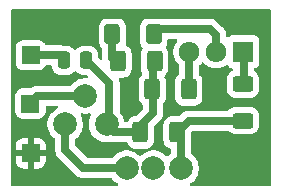
<source format=gbr>
%TF.GenerationSoftware,KiCad,Pcbnew,9.0.5*%
%TF.CreationDate,2025-10-18T17:52:02+02:00*%
%TF.ProjectId,VAS_VE,5641535f-5645-42e6-9b69-6361645f7063,rev?*%
%TF.SameCoordinates,Original*%
%TF.FileFunction,Copper,L2,Bot*%
%TF.FilePolarity,Positive*%
%FSLAX46Y46*%
G04 Gerber Fmt 4.6, Leading zero omitted, Abs format (unit mm)*
G04 Created by KiCad (PCBNEW 9.0.5) date 2025-10-18 17:52:02*
%MOMM*%
%LPD*%
G01*
G04 APERTURE LIST*
G04 Aperture macros list*
%AMRoundRect*
0 Rectangle with rounded corners*
0 $1 Rounding radius*
0 $2 $3 $4 $5 $6 $7 $8 $9 X,Y pos of 4 corners*
0 Add a 4 corners polygon primitive as box body*
4,1,4,$2,$3,$4,$5,$6,$7,$8,$9,$2,$3,0*
0 Add four circle primitives for the rounded corners*
1,1,$1+$1,$2,$3*
1,1,$1+$1,$4,$5*
1,1,$1+$1,$6,$7*
1,1,$1+$1,$8,$9*
0 Add four rect primitives between the rounded corners*
20,1,$1+$1,$2,$3,$4,$5,0*
20,1,$1+$1,$4,$5,$6,$7,0*
20,1,$1+$1,$6,$7,$8,$9,0*
20,1,$1+$1,$8,$9,$2,$3,0*%
G04 Aperture macros list end*
%TA.AperFunction,ComponentPad*%
%ADD10C,2.000000*%
%TD*%
%TA.AperFunction,SMDPad,CuDef*%
%ADD11RoundRect,0.250000X0.400000X0.625000X-0.400000X0.625000X-0.400000X-0.625000X0.400000X-0.625000X0*%
%TD*%
%TA.AperFunction,SMDPad,CuDef*%
%ADD12RoundRect,0.250000X-0.400000X-0.625000X0.400000X-0.625000X0.400000X0.625000X-0.400000X0.625000X0*%
%TD*%
%TA.AperFunction,ComponentPad*%
%ADD13RoundRect,0.250000X-0.550000X-0.550000X0.550000X-0.550000X0.550000X0.550000X-0.550000X0.550000X0*%
%TD*%
%TA.AperFunction,ComponentPad*%
%ADD14R,1.710000X1.800000*%
%TD*%
%TA.AperFunction,ComponentPad*%
%ADD15O,1.710000X1.800000*%
%TD*%
%TA.AperFunction,SMDPad,CuDef*%
%ADD16RoundRect,0.250000X0.625000X-0.400000X0.625000X0.400000X-0.625000X0.400000X-0.625000X-0.400000X0*%
%TD*%
%TA.AperFunction,SMDPad,CuDef*%
%ADD17RoundRect,0.250000X0.400000X0.600000X-0.400000X0.600000X-0.400000X-0.600000X0.400000X-0.600000X0*%
%TD*%
%TA.AperFunction,SMDPad,CuDef*%
%ADD18RoundRect,0.250000X0.250000X0.475000X-0.250000X0.475000X-0.250000X-0.475000X0.250000X-0.475000X0*%
%TD*%
%TA.AperFunction,ViaPad*%
%ADD19C,1.600000*%
%TD*%
%TA.AperFunction,Conductor*%
%ADD20C,0.700000*%
%TD*%
%TA.AperFunction,Conductor*%
%ADD21C,0.500000*%
%TD*%
G04 APERTURE END LIST*
D10*
%TO.P,J1,3,Pin_3*%
%TO.N,Net-(J1-Pin_3)*%
X151915000Y-137825000D03*
%TO.P,J1,2,Pin_2*%
%TO.N,Net-(D1-K)*%
X154175000Y-137825000D03*
%TO.P,J1,1,Pin_1*%
%TO.N,/VE-*%
X156515000Y-137825000D03*
%TD*%
D11*
%TO.P,R2,1*%
%TO.N,Net-(Q1-B)*%
X157175000Y-131150000D03*
%TO.P,R2,2*%
%TO.N,Net-(Q2-E)*%
X154075000Y-131150000D03*
%TD*%
D12*
%TO.P,R1,1*%
%TO.N,Net-(D1-A)*%
X151175000Y-128775000D03*
%TO.P,R1,2*%
%TO.N,Net-(Q2-E)*%
X154275000Y-128775000D03*
%TD*%
D11*
%TO.P,R4,1*%
%TO.N,/VE-*%
X156175000Y-134800000D03*
%TO.P,R4,2*%
%TO.N,Net-(Q2-E)*%
X153075000Y-134800000D03*
%TD*%
D13*
%TO.P,H2,1,1*%
%TO.N,/VC+*%
X143750000Y-132350000D03*
%TD*%
%TO.P,H1,1,1*%
%TO.N,Net-(C2-Pad2)*%
X143800000Y-128250000D03*
%TD*%
D14*
%TO.P,Q1,1,E*%
%TO.N,Net-(Q1-E)*%
X161780000Y-127975000D03*
D15*
%TO.P,Q1,2,C*%
%TO.N,Net-(D1-K)*%
X159500000Y-127975000D03*
%TO.P,Q1,3,B*%
%TO.N,Net-(Q1-B)*%
X157220000Y-127975000D03*
%TD*%
D16*
%TO.P,R3,1*%
%TO.N,/VE-*%
X161750000Y-133800000D03*
%TO.P,R3,2*%
%TO.N,Net-(Q1-E)*%
X161750000Y-130700000D03*
%TD*%
D17*
%TO.P,D1,1,K*%
%TO.N,Net-(D1-K)*%
X154200000Y-126500000D03*
%TO.P,D1,2,A*%
%TO.N,Net-(D1-A)*%
X150700000Y-126500000D03*
%TD*%
D18*
%TO.P,C2,1*%
%TO.N,Net-(Q2-E)*%
X148500000Y-128700000D03*
%TO.P,C2,2*%
%TO.N,Net-(C2-Pad2)*%
X146600000Y-128700000D03*
%TD*%
D13*
%TO.P,H3,1,1*%
%TO.N,GND*%
X143800000Y-136550000D03*
%TD*%
D10*
%TO.P,Q2,1,E*%
%TO.N,Net-(Q2-E)*%
X150200000Y-134100000D03*
%TO.P,Q2,2,C*%
%TO.N,/VC+*%
X148400000Y-131700000D03*
%TO.P,Q2,3,B*%
%TO.N,Net-(J1-Pin_3)*%
X146700000Y-134100000D03*
%TD*%
D19*
%TO.N,GND*%
X160450000Y-136875000D03*
%TD*%
D20*
%TO.N,Net-(J1-Pin_3)*%
X148225000Y-137800000D02*
X151940000Y-137800000D01*
X146700000Y-134070000D02*
X146700000Y-136275000D01*
X146700000Y-136275000D02*
X148225000Y-137800000D01*
%TO.N,Net-(D1-K)*%
X159500000Y-127975000D02*
X159500000Y-126550000D01*
X159500000Y-126550000D02*
X158950000Y-126000000D01*
X158950000Y-126000000D02*
X154200000Y-126000000D01*
%TO.N,Net-(D1-A)*%
X150700000Y-127100000D02*
X150700000Y-128500000D01*
X151000000Y-126800000D02*
X150700000Y-127100000D01*
%TO.N,Net-(Q2-E)*%
X153175000Y-134775000D02*
X150875000Y-134775000D01*
X153400000Y-133900000D02*
X154150000Y-133150000D01*
X150875000Y-134775000D02*
X150200000Y-134100000D01*
X153400000Y-133900000D02*
X153200000Y-134100000D01*
X148500000Y-128700000D02*
X150450000Y-130650000D01*
X154125000Y-130937500D02*
X154125000Y-129162500D01*
X150450000Y-130650000D02*
X150450000Y-133850000D01*
X154150000Y-133150000D02*
X154150000Y-131075000D01*
%TO.N,/VC+*%
X143700000Y-132300000D02*
X144325000Y-131675000D01*
X147275000Y-131675000D02*
X147300000Y-131700000D01*
X144325000Y-131675000D02*
X147275000Y-131675000D01*
X147300000Y-131700000D02*
X148400000Y-131700000D01*
%TO.N,/VE-*%
X156175000Y-134800000D02*
X157150000Y-133825000D01*
X156500000Y-137800000D02*
X156500000Y-134650000D01*
X157150000Y-133825000D02*
X161725000Y-133825000D01*
%TO.N,Net-(Q1-B)*%
X157200000Y-130900000D02*
X157200000Y-127995000D01*
D21*
X157200000Y-127995000D02*
X157220000Y-127975000D01*
D20*
%TO.N,Net-(Q1-E)*%
X161800000Y-130750000D02*
X161800000Y-127995000D01*
D21*
X161800000Y-127995000D02*
X161780000Y-127975000D01*
D20*
%TO.N,Net-(C2-Pad2)*%
X143800000Y-128250000D02*
X146150000Y-128250000D01*
X146150000Y-128250000D02*
X146600000Y-128700000D01*
%TD*%
%TA.AperFunction,Conductor*%
%TO.N,GND*%
G36*
X164042539Y-124370185D02*
G01*
X164088294Y-124422989D01*
X164099500Y-124474500D01*
X164099500Y-139225500D01*
X164079815Y-139292539D01*
X164027011Y-139338294D01*
X163975500Y-139349500D01*
X157344633Y-139349500D01*
X157277594Y-139329815D01*
X157231839Y-139277011D01*
X157221895Y-139207853D01*
X157250920Y-139144297D01*
X157288339Y-139115015D01*
X157301431Y-139108344D01*
X157301430Y-139108344D01*
X157301433Y-139108343D01*
X157492510Y-138969517D01*
X157659517Y-138802510D01*
X157798343Y-138611433D01*
X157905568Y-138400992D01*
X157978553Y-138176368D01*
X158015500Y-137943097D01*
X158015500Y-137706902D01*
X157978553Y-137473631D01*
X157944689Y-137369412D01*
X157905568Y-137249008D01*
X157905566Y-137249005D01*
X157905566Y-137249003D01*
X157798342Y-137038566D01*
X157659517Y-136847490D01*
X157492510Y-136680483D01*
X157488904Y-136677863D01*
X157401613Y-136614441D01*
X157358948Y-136559111D01*
X157350500Y-136514124D01*
X157350500Y-134878650D01*
X157359144Y-134849209D01*
X157365668Y-134819223D01*
X157369422Y-134814207D01*
X157370185Y-134811611D01*
X157386819Y-134790969D01*
X157465969Y-134711819D01*
X157527292Y-134678334D01*
X157553650Y-134675500D01*
X160487770Y-134675500D01*
X160554809Y-134695185D01*
X160575451Y-134711819D01*
X160656344Y-134792712D01*
X160805666Y-134884814D01*
X160972203Y-134939999D01*
X161074991Y-134950500D01*
X162425008Y-134950499D01*
X162527797Y-134939999D01*
X162694334Y-134884814D01*
X162843656Y-134792712D01*
X162967712Y-134668656D01*
X163059814Y-134519334D01*
X163114999Y-134352797D01*
X163125500Y-134250009D01*
X163125499Y-133349992D01*
X163124086Y-133336163D01*
X163114999Y-133247203D01*
X163114998Y-133247200D01*
X163098036Y-133196012D01*
X163059814Y-133080666D01*
X162967712Y-132931344D01*
X162843656Y-132807288D01*
X162694334Y-132715186D01*
X162527797Y-132660001D01*
X162527795Y-132660000D01*
X162425010Y-132649500D01*
X161074998Y-132649500D01*
X161074981Y-132649501D01*
X160972203Y-132660000D01*
X160972200Y-132660001D01*
X160805668Y-132715185D01*
X160805663Y-132715187D01*
X160656342Y-132807289D01*
X160527181Y-132936451D01*
X160525294Y-132934564D01*
X160478375Y-132967788D01*
X160438132Y-132974500D01*
X157066228Y-132974500D01*
X156901925Y-133007181D01*
X156901916Y-133007184D01*
X156747143Y-133071292D01*
X156747137Y-133071295D01*
X156747137Y-133071296D01*
X156611480Y-133161941D01*
X156607831Y-133164379D01*
X156384029Y-133388181D01*
X156322706Y-133421666D01*
X156296348Y-133424500D01*
X155724998Y-133424500D01*
X155724980Y-133424501D01*
X155622203Y-133435000D01*
X155622200Y-133435001D01*
X155455668Y-133490185D01*
X155455663Y-133490187D01*
X155306342Y-133582289D01*
X155182289Y-133706342D01*
X155090187Y-133855663D01*
X155090185Y-133855668D01*
X155072107Y-133910224D01*
X155035001Y-134022203D01*
X155035001Y-134022204D01*
X155035000Y-134022204D01*
X155024500Y-134124983D01*
X155024500Y-135475001D01*
X155024501Y-135475018D01*
X155035000Y-135577796D01*
X155035001Y-135577799D01*
X155090184Y-135744328D01*
X155090186Y-135744334D01*
X155182288Y-135893656D01*
X155306344Y-136017712D01*
X155455666Y-136109814D01*
X155564505Y-136145879D01*
X155621949Y-136185652D01*
X155648772Y-136250167D01*
X155649500Y-136263585D01*
X155649500Y-136535921D01*
X155639934Y-136568496D01*
X155630906Y-136601232D01*
X155630052Y-136602150D01*
X155629815Y-136602960D01*
X155608237Y-136628283D01*
X155603517Y-136632510D01*
X155537490Y-136680483D01*
X155430260Y-136787712D01*
X155427737Y-136789973D01*
X155399144Y-136803604D01*
X155371358Y-136818777D01*
X155367846Y-136818525D01*
X155364668Y-136820041D01*
X155333258Y-136816052D01*
X155301666Y-136813793D01*
X155298267Y-136811608D01*
X155295355Y-136811239D01*
X155287666Y-136804795D01*
X155257319Y-136785292D01*
X155152512Y-136680485D01*
X155152510Y-136680483D01*
X154961433Y-136541657D01*
X154750996Y-136434433D01*
X154526368Y-136361446D01*
X154293097Y-136324500D01*
X154293092Y-136324500D01*
X154056908Y-136324500D01*
X154056903Y-136324500D01*
X153823630Y-136361447D01*
X153810910Y-136365580D01*
X153810909Y-136365579D01*
X153692171Y-136404160D01*
X153692168Y-136404162D01*
X153599003Y-136434433D01*
X153388566Y-136541657D01*
X153322722Y-136589496D01*
X153197490Y-136680483D01*
X153197488Y-136680485D01*
X153197487Y-136680485D01*
X153132681Y-136745292D01*
X153071358Y-136778777D01*
X153001666Y-136773793D01*
X152957319Y-136745292D01*
X152892512Y-136680485D01*
X152892510Y-136680483D01*
X152701433Y-136541657D01*
X152490996Y-136434433D01*
X152266368Y-136361446D01*
X152033097Y-136324500D01*
X152033092Y-136324500D01*
X151796908Y-136324500D01*
X151796903Y-136324500D01*
X151563631Y-136361446D01*
X151339003Y-136434433D01*
X151128566Y-136541657D01*
X151062722Y-136589496D01*
X150937490Y-136680483D01*
X150937488Y-136680485D01*
X150937487Y-136680485D01*
X150770484Y-136847488D01*
X150733505Y-136898386D01*
X150678174Y-136941051D01*
X150633187Y-136949500D01*
X148628651Y-136949500D01*
X148561612Y-136929815D01*
X148540970Y-136913181D01*
X147586819Y-135959030D01*
X147553334Y-135897707D01*
X147550500Y-135871349D01*
X147550500Y-135399975D01*
X147570185Y-135332936D01*
X147601609Y-135299661D01*
X147677510Y-135244517D01*
X147844517Y-135077510D01*
X147983343Y-134886433D01*
X148090568Y-134675992D01*
X148163553Y-134451368D01*
X148179165Y-134352797D01*
X148200500Y-134218097D01*
X148200500Y-133981902D01*
X148163553Y-133748631D01*
X148109504Y-133582288D01*
X148090568Y-133524008D01*
X148090566Y-133524005D01*
X148090566Y-133524003D01*
X148026406Y-133398083D01*
X148004949Y-133355972D01*
X147992054Y-133287305D01*
X148018330Y-133222564D01*
X148075437Y-133182307D01*
X148134833Y-133177206D01*
X148281903Y-133200500D01*
X148281908Y-133200500D01*
X148518097Y-133200500D01*
X148684717Y-133174109D01*
X148751368Y-133163553D01*
X148756329Y-133161940D01*
X148826168Y-133159938D01*
X148886005Y-133196012D01*
X148916840Y-133258710D01*
X148908883Y-133328125D01*
X148905143Y-133336163D01*
X148809434Y-133524003D01*
X148809433Y-133524005D01*
X148809432Y-133524008D01*
X148793319Y-133573596D01*
X148736446Y-133748631D01*
X148699500Y-133981902D01*
X148699500Y-134218097D01*
X148736446Y-134451368D01*
X148809433Y-134675996D01*
X148886521Y-134827288D01*
X148916657Y-134886433D01*
X149055483Y-135077510D01*
X149222490Y-135244517D01*
X149413567Y-135383343D01*
X149461339Y-135407684D01*
X149624003Y-135490566D01*
X149624005Y-135490566D01*
X149624008Y-135490568D01*
X149744412Y-135529689D01*
X149848631Y-135563553D01*
X150081903Y-135600500D01*
X150081908Y-135600500D01*
X150318097Y-135600500D01*
X150520376Y-135568462D01*
X150587227Y-135576374D01*
X150626918Y-135592816D01*
X150791228Y-135625499D01*
X150791232Y-135625500D01*
X150791233Y-135625500D01*
X151861267Y-135625500D01*
X151928306Y-135645185D01*
X151974061Y-135697989D01*
X151978972Y-135710494D01*
X151990186Y-135744334D01*
X152082288Y-135893656D01*
X152206344Y-136017712D01*
X152355666Y-136109814D01*
X152522203Y-136164999D01*
X152624991Y-136175500D01*
X153525008Y-136175499D01*
X153525016Y-136175498D01*
X153525019Y-136175498D01*
X153536946Y-136174279D01*
X153627797Y-136164999D01*
X153794334Y-136109814D01*
X153943656Y-136017712D01*
X154067712Y-135893656D01*
X154159814Y-135744334D01*
X154214999Y-135577797D01*
X154225500Y-135475009D01*
X154225499Y-134328650D01*
X154245184Y-134261612D01*
X154261818Y-134240970D01*
X154810620Y-133692168D01*
X154810626Y-133692162D01*
X154903704Y-133552863D01*
X154950713Y-133439373D01*
X154967816Y-133398082D01*
X154969786Y-133388181D01*
X154989851Y-133287305D01*
X155000500Y-133233767D01*
X155000500Y-132362230D01*
X155020185Y-132295191D01*
X155036819Y-132274549D01*
X155067712Y-132243656D01*
X155159814Y-132094334D01*
X155214999Y-131927797D01*
X155225500Y-131825009D01*
X155225499Y-130474992D01*
X155214999Y-130372203D01*
X155159814Y-130205666D01*
X155123879Y-130147406D01*
X155105439Y-130080016D01*
X155126361Y-130013353D01*
X155141737Y-129994629D01*
X155143650Y-129992715D01*
X155143656Y-129992712D01*
X155267712Y-129868656D01*
X155359814Y-129719334D01*
X155414999Y-129552797D01*
X155425500Y-129450009D01*
X155425499Y-128099992D01*
X155414999Y-127997203D01*
X155359814Y-127830666D01*
X155267712Y-127681344D01*
X155247663Y-127661295D01*
X155214178Y-127599972D01*
X155219162Y-127530280D01*
X155229801Y-127508523D01*
X155284814Y-127419334D01*
X155339999Y-127252797D01*
X155350500Y-127150009D01*
X155350500Y-126974500D01*
X155370185Y-126907461D01*
X155422989Y-126861706D01*
X155474500Y-126850500D01*
X156085450Y-126850500D01*
X156152489Y-126870185D01*
X156198244Y-126922989D01*
X156208188Y-126992147D01*
X156185769Y-127047382D01*
X156142246Y-127107288D01*
X156060673Y-127219562D01*
X155963810Y-127409664D01*
X155897877Y-127612585D01*
X155864500Y-127823320D01*
X155864500Y-128126679D01*
X155897877Y-128337414D01*
X155963810Y-128540335D01*
X156024856Y-128660143D01*
X156060673Y-128730437D01*
X156186083Y-128903049D01*
X156186085Y-128903051D01*
X156313181Y-129030147D01*
X156346666Y-129091470D01*
X156349500Y-129117828D01*
X156349500Y-129838132D01*
X156329815Y-129905171D01*
X156310616Y-129926346D01*
X156311451Y-129927181D01*
X156182289Y-130056342D01*
X156090187Y-130205663D01*
X156090186Y-130205666D01*
X156035001Y-130372203D01*
X156035001Y-130372204D01*
X156035000Y-130372204D01*
X156024500Y-130474983D01*
X156024500Y-131825001D01*
X156024501Y-131825018D01*
X156035000Y-131927796D01*
X156035001Y-131927799D01*
X156090185Y-132094331D01*
X156090186Y-132094334D01*
X156182288Y-132243656D01*
X156306344Y-132367712D01*
X156455666Y-132459814D01*
X156622203Y-132514999D01*
X156724991Y-132525500D01*
X157625008Y-132525499D01*
X157625016Y-132525498D01*
X157625019Y-132525498D01*
X157681302Y-132519748D01*
X157727797Y-132514999D01*
X157894334Y-132459814D01*
X158043656Y-132367712D01*
X158167712Y-132243656D01*
X158259814Y-132094334D01*
X158314999Y-131927797D01*
X158325500Y-131825009D01*
X158325499Y-130474992D01*
X158314999Y-130372203D01*
X158259814Y-130205666D01*
X158167712Y-130056344D01*
X158086819Y-129975451D01*
X158053334Y-129914128D01*
X158050500Y-129887770D01*
X158050500Y-129155276D01*
X158070185Y-129088237D01*
X158099471Y-129057230D01*
X158099344Y-129057081D01*
X158100736Y-129055891D01*
X158101623Y-129054952D01*
X158103049Y-129053917D01*
X158253917Y-128903049D01*
X158259683Y-128895112D01*
X158315011Y-128852448D01*
X158384624Y-128846469D01*
X158446420Y-128879074D01*
X158460312Y-128895106D01*
X158466083Y-128903049D01*
X158616951Y-129053917D01*
X158789563Y-129179327D01*
X158873037Y-129221859D01*
X158979664Y-129276189D01*
X158979666Y-129276189D01*
X158979669Y-129276191D01*
X159182586Y-129342123D01*
X159393320Y-129375500D01*
X159393321Y-129375500D01*
X159606679Y-129375500D01*
X159606680Y-129375500D01*
X159817414Y-129342123D01*
X160020331Y-129276191D01*
X160210437Y-129179327D01*
X160316984Y-129101915D01*
X160382787Y-129078437D01*
X160450841Y-129094262D01*
X160489133Y-129127924D01*
X160567452Y-129232544D01*
X160567455Y-129232547D01*
X160682664Y-129318793D01*
X160682671Y-129318797D01*
X160817514Y-129369090D01*
X160817517Y-129369091D01*
X160817519Y-129369091D01*
X160818051Y-129369217D01*
X160818424Y-129369429D01*
X160824785Y-129371802D01*
X160824400Y-129372831D01*
X160878770Y-129403784D01*
X160911162Y-129465692D01*
X160904942Y-129535284D01*
X160862084Y-129590466D01*
X160828555Y-129607601D01*
X160805668Y-129615185D01*
X160805663Y-129615187D01*
X160656342Y-129707289D01*
X160532289Y-129831342D01*
X160440187Y-129980663D01*
X160440185Y-129980668D01*
X160418550Y-130045959D01*
X160385001Y-130147203D01*
X160385001Y-130147204D01*
X160385000Y-130147204D01*
X160374500Y-130249983D01*
X160374500Y-131150001D01*
X160374501Y-131150019D01*
X160385000Y-131252796D01*
X160385001Y-131252799D01*
X160411028Y-131331342D01*
X160440186Y-131419334D01*
X160532288Y-131568656D01*
X160656344Y-131692712D01*
X160805666Y-131784814D01*
X160972203Y-131839999D01*
X161074991Y-131850500D01*
X162425008Y-131850499D01*
X162527797Y-131839999D01*
X162694334Y-131784814D01*
X162843656Y-131692712D01*
X162967712Y-131568656D01*
X163059814Y-131419334D01*
X163114999Y-131252797D01*
X163125500Y-131150009D01*
X163125499Y-130249992D01*
X163125207Y-130247137D01*
X163114999Y-130147203D01*
X163114998Y-130147200D01*
X163094325Y-130084814D01*
X163059814Y-129980666D01*
X162967712Y-129831344D01*
X162843656Y-129707288D01*
X162709402Y-129624480D01*
X162702578Y-129616893D01*
X162693297Y-129612655D01*
X162679608Y-129591355D01*
X162662679Y-129572533D01*
X162660034Y-129560897D01*
X162655523Y-129553877D01*
X162650500Y-129518942D01*
X162650500Y-129488940D01*
X162670185Y-129421901D01*
X162722989Y-129376146D01*
X162735265Y-129371938D01*
X162735215Y-129371802D01*
X162877328Y-129318797D01*
X162877327Y-129318797D01*
X162877331Y-129318796D01*
X162992546Y-129232546D01*
X163078796Y-129117331D01*
X163129091Y-128982483D01*
X163135500Y-128922873D01*
X163135499Y-127027128D01*
X163129091Y-126967517D01*
X163126287Y-126960000D01*
X163078797Y-126832671D01*
X163078793Y-126832664D01*
X162992547Y-126717455D01*
X162992544Y-126717452D01*
X162877335Y-126631206D01*
X162877328Y-126631202D01*
X162742482Y-126580908D01*
X162742483Y-126580908D01*
X162682883Y-126574501D01*
X162682881Y-126574500D01*
X162682873Y-126574500D01*
X162682864Y-126574500D01*
X160877129Y-126574500D01*
X160877123Y-126574501D01*
X160817516Y-126580908D01*
X160682671Y-126631202D01*
X160682664Y-126631206D01*
X160567455Y-126717452D01*
X160562181Y-126722727D01*
X160500858Y-126756212D01*
X160431166Y-126751228D01*
X160375233Y-126709356D01*
X160350816Y-126643892D01*
X160350500Y-126635046D01*
X160350500Y-126466232D01*
X160350499Y-126466228D01*
X160317817Y-126301925D01*
X160317816Y-126301918D01*
X160253703Y-126147137D01*
X160160626Y-126007838D01*
X160042162Y-125889374D01*
X160002769Y-125849981D01*
X159492165Y-125339375D01*
X159492161Y-125339372D01*
X159352866Y-125246297D01*
X159352863Y-125246296D01*
X159243416Y-125200962D01*
X159243414Y-125200961D01*
X159198086Y-125182185D01*
X159198074Y-125182182D01*
X159033771Y-125149500D01*
X159033767Y-125149500D01*
X154116233Y-125149500D01*
X154116230Y-125149500D01*
X153749998Y-125149500D01*
X153749980Y-125149501D01*
X153647203Y-125160000D01*
X153647200Y-125160001D01*
X153480668Y-125215185D01*
X153480663Y-125215187D01*
X153331342Y-125307289D01*
X153207289Y-125431342D01*
X153115187Y-125580663D01*
X153115186Y-125580666D01*
X153060001Y-125747203D01*
X153060001Y-125747204D01*
X153060000Y-125747204D01*
X153049500Y-125849983D01*
X153049500Y-127150001D01*
X153049501Y-127150018D01*
X153060000Y-127252796D01*
X153060001Y-127252799D01*
X153115185Y-127419331D01*
X153115187Y-127419336D01*
X153133791Y-127449498D01*
X153200276Y-127557288D01*
X153207289Y-127568657D01*
X153227336Y-127588704D01*
X153260821Y-127650027D01*
X153255837Y-127719719D01*
X153245194Y-127741480D01*
X153190192Y-127830654D01*
X153190186Y-127830666D01*
X153135001Y-127997203D01*
X153135001Y-127997204D01*
X153135000Y-127997204D01*
X153124500Y-128099983D01*
X153124500Y-129450001D01*
X153124501Y-129450018D01*
X153135000Y-129552796D01*
X153135001Y-129552799D01*
X153190185Y-129719331D01*
X153190190Y-129719342D01*
X153226119Y-129777591D01*
X153244560Y-129844983D01*
X153223638Y-129911647D01*
X153208263Y-129930369D01*
X153082287Y-130056345D01*
X152990187Y-130205663D01*
X152990186Y-130205666D01*
X152935001Y-130372203D01*
X152935001Y-130372204D01*
X152935000Y-130372204D01*
X152924500Y-130474983D01*
X152924500Y-131825001D01*
X152924501Y-131825018D01*
X152935000Y-131927796D01*
X152935001Y-131927799D01*
X152990185Y-132094331D01*
X152990187Y-132094336D01*
X153082289Y-132243657D01*
X153206345Y-132367713D01*
X153240594Y-132388837D01*
X153287320Y-132440784D01*
X153299500Y-132494377D01*
X153299500Y-132746348D01*
X153279815Y-132813387D01*
X153263181Y-132834029D01*
X152709002Y-133388208D01*
X152647679Y-133421693D01*
X152627630Y-133424366D01*
X152624999Y-133424500D01*
X152522202Y-133435001D01*
X152522200Y-133435001D01*
X152355668Y-133490185D01*
X152355663Y-133490187D01*
X152206342Y-133582289D01*
X152082289Y-133706342D01*
X152082288Y-133706344D01*
X151992441Y-133852011D01*
X151986395Y-133861813D01*
X151984600Y-133860706D01*
X151980014Y-133865916D01*
X151972805Y-133881703D01*
X151957406Y-133891598D01*
X151945313Y-133905337D01*
X151928425Y-133910224D01*
X151914027Y-133919477D01*
X151879092Y-133924500D01*
X151797314Y-133924500D01*
X151730275Y-133904815D01*
X151684520Y-133852011D01*
X151674841Y-133819899D01*
X151663553Y-133748634D01*
X151663553Y-133748632D01*
X151590568Y-133524008D01*
X151483343Y-133313567D01*
X151344517Y-133122490D01*
X151336819Y-133114792D01*
X151303334Y-133053469D01*
X151300500Y-133027111D01*
X151300500Y-130566232D01*
X151300499Y-130566228D01*
X151282349Y-130474981D01*
X151267816Y-130401918D01*
X151234693Y-130321952D01*
X151227224Y-130252482D01*
X151258499Y-130190003D01*
X151318588Y-130154351D01*
X151349254Y-130150499D01*
X151625002Y-130150499D01*
X151625008Y-130150499D01*
X151727797Y-130139999D01*
X151894334Y-130084814D01*
X152043656Y-129992712D01*
X152167712Y-129868656D01*
X152259814Y-129719334D01*
X152314999Y-129552797D01*
X152325500Y-129450009D01*
X152325499Y-128099992D01*
X152314999Y-127997203D01*
X152259814Y-127830666D01*
X152167712Y-127681344D01*
X152043656Y-127557288D01*
X151950888Y-127500069D01*
X151894336Y-127465187D01*
X151887791Y-127462136D01*
X151888990Y-127459562D01*
X151842220Y-127427181D01*
X151815397Y-127362665D01*
X151820963Y-127310243D01*
X151839999Y-127252797D01*
X151850500Y-127150009D01*
X151850499Y-125849992D01*
X151839999Y-125747203D01*
X151784814Y-125580666D01*
X151692712Y-125431344D01*
X151568656Y-125307288D01*
X151419334Y-125215186D01*
X151252797Y-125160001D01*
X151252795Y-125160000D01*
X151150010Y-125149500D01*
X150249998Y-125149500D01*
X150249980Y-125149501D01*
X150147203Y-125160000D01*
X150147200Y-125160001D01*
X149980668Y-125215185D01*
X149980663Y-125215187D01*
X149831342Y-125307289D01*
X149707289Y-125431342D01*
X149615187Y-125580663D01*
X149615186Y-125580666D01*
X149560001Y-125747203D01*
X149560001Y-125747204D01*
X149560000Y-125747204D01*
X149549500Y-125849983D01*
X149549500Y-127150001D01*
X149549501Y-127150018D01*
X149560000Y-127252796D01*
X149560001Y-127252799D01*
X149615185Y-127419331D01*
X149615187Y-127419336D01*
X149633791Y-127449498D01*
X149700276Y-127557288D01*
X149707289Y-127568657D01*
X149813181Y-127674549D01*
X149846666Y-127735872D01*
X149849500Y-127762230D01*
X149849500Y-128547349D01*
X149843261Y-128568594D01*
X149841682Y-128590683D01*
X149833609Y-128601466D01*
X149829815Y-128614388D01*
X149813081Y-128628887D01*
X149799810Y-128646616D01*
X149787189Y-128651323D01*
X149777011Y-128660143D01*
X149755093Y-128663294D01*
X149734346Y-128671033D01*
X149721185Y-128668170D01*
X149707853Y-128670087D01*
X149687709Y-128660887D01*
X149666073Y-128656181D01*
X149648347Y-128642912D01*
X149644297Y-128641062D01*
X149637819Y-128635030D01*
X149536818Y-128534029D01*
X149503333Y-128472706D01*
X149500499Y-128446348D01*
X149500499Y-128174998D01*
X149500498Y-128174981D01*
X149489999Y-128072203D01*
X149489998Y-128072200D01*
X149434814Y-127905666D01*
X149342712Y-127756344D01*
X149218656Y-127632288D01*
X149115493Y-127568657D01*
X149069336Y-127540187D01*
X149069331Y-127540185D01*
X149067862Y-127539698D01*
X148902797Y-127485001D01*
X148902795Y-127485000D01*
X148800010Y-127474500D01*
X148199998Y-127474500D01*
X148199980Y-127474501D01*
X148097203Y-127485000D01*
X148097200Y-127485001D01*
X147930668Y-127540185D01*
X147930663Y-127540187D01*
X147781342Y-127632289D01*
X147657285Y-127756346D01*
X147655537Y-127759182D01*
X147653829Y-127760717D01*
X147652807Y-127762011D01*
X147652585Y-127761836D01*
X147603589Y-127805905D01*
X147534626Y-127817126D01*
X147470544Y-127789282D01*
X147444463Y-127759182D01*
X147442714Y-127756346D01*
X147318657Y-127632289D01*
X147318656Y-127632288D01*
X147215493Y-127568657D01*
X147169336Y-127540187D01*
X147169331Y-127540185D01*
X147167862Y-127539698D01*
X147002797Y-127485001D01*
X147002795Y-127485000D01*
X146900016Y-127474500D01*
X146900009Y-127474500D01*
X146524909Y-127474500D01*
X146516733Y-127472873D01*
X146511656Y-127473790D01*
X146477457Y-127465062D01*
X146439886Y-127449500D01*
X146439884Y-127449498D01*
X146398086Y-127432185D01*
X146398074Y-127432182D01*
X146233771Y-127399500D01*
X146233767Y-127399500D01*
X145115638Y-127399500D01*
X145048599Y-127379815D01*
X145010099Y-127340597D01*
X144955944Y-127252797D01*
X144942712Y-127231344D01*
X144818656Y-127107288D01*
X144669334Y-127015186D01*
X144502797Y-126960001D01*
X144502795Y-126960000D01*
X144400010Y-126949500D01*
X143199998Y-126949500D01*
X143199981Y-126949501D01*
X143097203Y-126960000D01*
X143097200Y-126960001D01*
X142930668Y-127015185D01*
X142930663Y-127015187D01*
X142781342Y-127107289D01*
X142657289Y-127231342D01*
X142565187Y-127380663D01*
X142565185Y-127380668D01*
X142548114Y-127432185D01*
X142510001Y-127547203D01*
X142510001Y-127547204D01*
X142510000Y-127547204D01*
X142499500Y-127649983D01*
X142499500Y-128850001D01*
X142499501Y-128850018D01*
X142510000Y-128952796D01*
X142510001Y-128952799D01*
X142562981Y-129112679D01*
X142565186Y-129119334D01*
X142657288Y-129268656D01*
X142781344Y-129392712D01*
X142930666Y-129484814D01*
X143097203Y-129539999D01*
X143199991Y-129550500D01*
X144400008Y-129550499D01*
X144502797Y-129539999D01*
X144669334Y-129484814D01*
X144818656Y-129392712D01*
X144942712Y-129268656D01*
X145010099Y-129159402D01*
X145062047Y-129112679D01*
X145115638Y-129100500D01*
X145475501Y-129100500D01*
X145542540Y-129120185D01*
X145588295Y-129172989D01*
X145598931Y-129221879D01*
X145599341Y-129221859D01*
X145599467Y-129224346D01*
X145599501Y-129224500D01*
X145599501Y-129225018D01*
X145610000Y-129327796D01*
X145610001Y-129327799D01*
X145641184Y-129421901D01*
X145665186Y-129494334D01*
X145757288Y-129643656D01*
X145881344Y-129767712D01*
X146030666Y-129859814D01*
X146197203Y-129914999D01*
X146299991Y-129925500D01*
X146900008Y-129925499D01*
X146900016Y-129925498D01*
X146900019Y-129925498D01*
X146956302Y-129919748D01*
X147002797Y-129914999D01*
X147169334Y-129859814D01*
X147318656Y-129767712D01*
X147442712Y-129643656D01*
X147444461Y-129640819D01*
X147446169Y-129639283D01*
X147447193Y-129637989D01*
X147447414Y-129638163D01*
X147496406Y-129594096D01*
X147565368Y-129582872D01*
X147629451Y-129610713D01*
X147655537Y-129640817D01*
X147657288Y-129643656D01*
X147781344Y-129767712D01*
X147930666Y-129859814D01*
X148097203Y-129914999D01*
X148199991Y-129925500D01*
X148471348Y-129925499D01*
X148500794Y-129934145D01*
X148530775Y-129940667D01*
X148535788Y-129944419D01*
X148538387Y-129945183D01*
X148559029Y-129961818D01*
X148585030Y-129987819D01*
X148618515Y-130049142D01*
X148613531Y-130118834D01*
X148571659Y-130174767D01*
X148506195Y-130199184D01*
X148497349Y-130199500D01*
X148281903Y-130199500D01*
X148048631Y-130236446D01*
X147824003Y-130309433D01*
X147613566Y-130416657D01*
X147504550Y-130495862D01*
X147422490Y-130555483D01*
X147422488Y-130555485D01*
X147422487Y-130555485D01*
X147255484Y-130722488D01*
X147218505Y-130773386D01*
X147163174Y-130816051D01*
X147118187Y-130824500D01*
X144241228Y-130824500D01*
X144076925Y-130857182D01*
X144076917Y-130857184D01*
X143951030Y-130909328D01*
X143951025Y-130909331D01*
X143940799Y-130913567D01*
X143922137Y-130921297D01*
X143782838Y-131014374D01*
X143774587Y-131022624D01*
X143763347Y-131029842D01*
X143742108Y-131036068D01*
X143722687Y-131046670D01*
X143696348Y-131049500D01*
X143149998Y-131049500D01*
X143149980Y-131049501D01*
X143047203Y-131060000D01*
X143047200Y-131060001D01*
X142880668Y-131115185D01*
X142880663Y-131115187D01*
X142731342Y-131207289D01*
X142607289Y-131331342D01*
X142515187Y-131480663D01*
X142515186Y-131480666D01*
X142460001Y-131647203D01*
X142460001Y-131647204D01*
X142460000Y-131647204D01*
X142449500Y-131749983D01*
X142449500Y-132950001D01*
X142449501Y-132950018D01*
X142460000Y-133052796D01*
X142460001Y-133052799D01*
X142501226Y-133177206D01*
X142515186Y-133219334D01*
X142607288Y-133368656D01*
X142731344Y-133492712D01*
X142880666Y-133584814D01*
X143047203Y-133639999D01*
X143149991Y-133650500D01*
X144350008Y-133650499D01*
X144452797Y-133639999D01*
X144619334Y-133584814D01*
X144768656Y-133492712D01*
X144892712Y-133368656D01*
X144984814Y-133219334D01*
X145039999Y-133052797D01*
X145050500Y-132950009D01*
X145050500Y-132649500D01*
X145070185Y-132582461D01*
X145122989Y-132536706D01*
X145174500Y-132525500D01*
X145968497Y-132525500D01*
X146035536Y-132545185D01*
X146081291Y-132597989D01*
X146091235Y-132667147D01*
X146062210Y-132730703D01*
X146024792Y-132759985D01*
X145913566Y-132816657D01*
X145883592Y-132838435D01*
X145722490Y-132955483D01*
X145722488Y-132955485D01*
X145722487Y-132955485D01*
X145555485Y-133122487D01*
X145555485Y-133122488D01*
X145555483Y-133122490D01*
X145512023Y-133182307D01*
X145416657Y-133313566D01*
X145309433Y-133524003D01*
X145236446Y-133748631D01*
X145199500Y-133981902D01*
X145199500Y-134218097D01*
X145236446Y-134451368D01*
X145309433Y-134675996D01*
X145386521Y-134827288D01*
X145416657Y-134886433D01*
X145555483Y-135077510D01*
X145722490Y-135244517D01*
X145798388Y-135299660D01*
X145841051Y-135354986D01*
X145849500Y-135399975D01*
X145849500Y-136358771D01*
X145882181Y-136523073D01*
X145882184Y-136523082D01*
X145946296Y-136677863D01*
X145946297Y-136677866D01*
X146039372Y-136817161D01*
X146039375Y-136817165D01*
X147682834Y-138460624D01*
X147682838Y-138460627D01*
X147822137Y-138553704D01*
X147822139Y-138553705D01*
X147822143Y-138553707D01*
X147904222Y-138587703D01*
X147931584Y-138599037D01*
X147976918Y-138617816D01*
X148141228Y-138650499D01*
X148141232Y-138650500D01*
X148141233Y-138650500D01*
X148141234Y-138650500D01*
X148308767Y-138650500D01*
X150596860Y-138650500D01*
X150663899Y-138670185D01*
X150697176Y-138701612D01*
X150770483Y-138802510D01*
X150937490Y-138969517D01*
X151080797Y-139073636D01*
X151128568Y-139108344D01*
X151141661Y-139115015D01*
X151192458Y-139162989D01*
X151209253Y-139230810D01*
X151186716Y-139296945D01*
X151132001Y-139340397D01*
X151085367Y-139349500D01*
X142224500Y-139349500D01*
X142157461Y-139329815D01*
X142111706Y-139277011D01*
X142100500Y-139225500D01*
X142100500Y-137149986D01*
X142500001Y-137149986D01*
X142510494Y-137252697D01*
X142565641Y-137419119D01*
X142565643Y-137419124D01*
X142657684Y-137568345D01*
X142781654Y-137692315D01*
X142930875Y-137784356D01*
X142930880Y-137784358D01*
X143097302Y-137839505D01*
X143097309Y-137839506D01*
X143200019Y-137849999D01*
X143549999Y-137849999D01*
X144050000Y-137849999D01*
X144399972Y-137849999D01*
X144399986Y-137849998D01*
X144502697Y-137839505D01*
X144669119Y-137784358D01*
X144669124Y-137784356D01*
X144818345Y-137692315D01*
X144942315Y-137568345D01*
X145034356Y-137419124D01*
X145034358Y-137419119D01*
X145089505Y-137252697D01*
X145089506Y-137252690D01*
X145099999Y-137149986D01*
X145100000Y-137149973D01*
X145100000Y-136800000D01*
X144050000Y-136800000D01*
X144050000Y-137849999D01*
X143549999Y-137849999D01*
X143550000Y-137849998D01*
X143550000Y-136800000D01*
X142500001Y-136800000D01*
X142500001Y-137149986D01*
X142100500Y-137149986D01*
X142100500Y-136510504D01*
X143500000Y-136510504D01*
X143500000Y-136589496D01*
X143520444Y-136665796D01*
X143559940Y-136734205D01*
X143615795Y-136790060D01*
X143684204Y-136829556D01*
X143760504Y-136850000D01*
X143839496Y-136850000D01*
X143915796Y-136829556D01*
X143984205Y-136790060D01*
X144040060Y-136734205D01*
X144079556Y-136665796D01*
X144100000Y-136589496D01*
X144100000Y-136510504D01*
X144079556Y-136434204D01*
X144040060Y-136365795D01*
X143984205Y-136309940D01*
X143966988Y-136300000D01*
X144050000Y-136300000D01*
X145099999Y-136300000D01*
X145099999Y-135950028D01*
X145099998Y-135950013D01*
X145089505Y-135847302D01*
X145034358Y-135680880D01*
X145034356Y-135680875D01*
X144942315Y-135531654D01*
X144818345Y-135407684D01*
X144669124Y-135315643D01*
X144669119Y-135315641D01*
X144502697Y-135260494D01*
X144502690Y-135260493D01*
X144399986Y-135250000D01*
X144050000Y-135250000D01*
X144050000Y-136300000D01*
X143966988Y-136300000D01*
X143915796Y-136270444D01*
X143839496Y-136250000D01*
X143760504Y-136250000D01*
X143684204Y-136270444D01*
X143615795Y-136309940D01*
X143559940Y-136365795D01*
X143520444Y-136434204D01*
X143500000Y-136510504D01*
X142100500Y-136510504D01*
X142100500Y-135950013D01*
X142500000Y-135950013D01*
X142500000Y-136300000D01*
X143550000Y-136300000D01*
X143550000Y-135250000D01*
X143200028Y-135250000D01*
X143200012Y-135250001D01*
X143097302Y-135260494D01*
X142930880Y-135315641D01*
X142930875Y-135315643D01*
X142781654Y-135407684D01*
X142657684Y-135531654D01*
X142565643Y-135680875D01*
X142565641Y-135680880D01*
X142510494Y-135847302D01*
X142510493Y-135847309D01*
X142500000Y-135950013D01*
X142100500Y-135950013D01*
X142100500Y-124474500D01*
X142120185Y-124407461D01*
X142172989Y-124361706D01*
X142224500Y-124350500D01*
X163975500Y-124350500D01*
X164042539Y-124370185D01*
G37*
%TD.AperFunction*%
%TD*%
M02*

</source>
